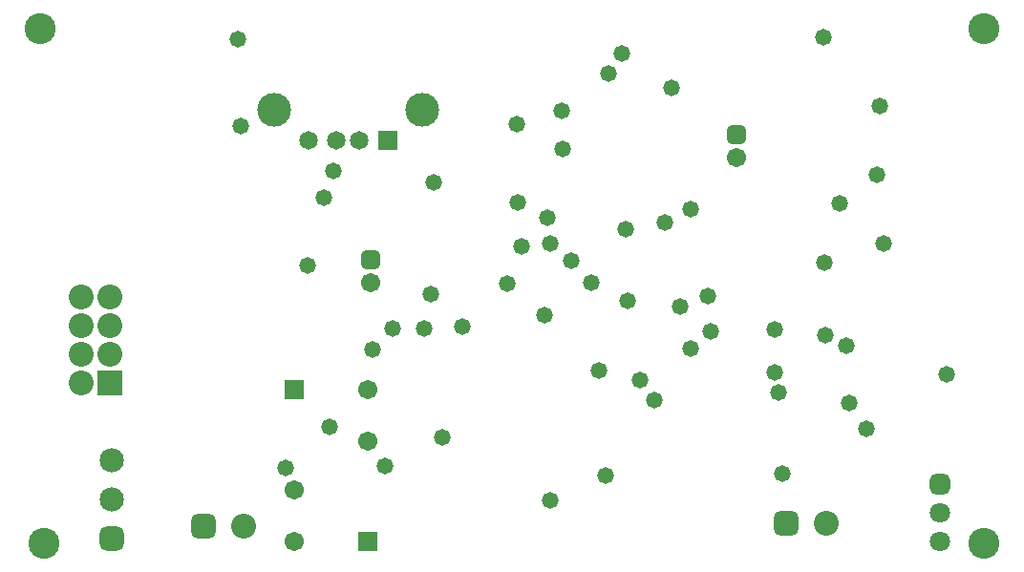
<source format=gbr>
G04*
G04 #@! TF.GenerationSoftware,Altium Limited,Altium Designer,25.8.1 (18)*
G04*
G04 Layer_Color=16711935*
%FSLAX44Y44*%
%MOMM*%
G71*
G04*
G04 #@! TF.SameCoordinates,0AA87B99-36C4-491F-804F-3ED42A066D7D*
G04*
G04*
G04 #@! TF.FilePolarity,Negative*
G04*
G01*
G75*
G04:AMPARAMS|DCode=72|XSize=1.7032mm|YSize=1.7032mm|CornerRadius=0.4766mm|HoleSize=0mm|Usage=FLASHONLY|Rotation=90.000|XOffset=0mm|YOffset=0mm|HoleType=Round|Shape=RoundedRectangle|*
%AMROUNDEDRECTD72*
21,1,1.7032,0.7500,0,0,90.0*
21,1,0.7500,1.7032,0,0,90.0*
1,1,0.9532,0.3750,0.3750*
1,1,0.9532,0.3750,-0.3750*
1,1,0.9532,-0.3750,-0.3750*
1,1,0.9532,-0.3750,0.3750*
%
%ADD72ROUNDEDRECTD72*%
%ADD73C,1.8032*%
G04:AMPARAMS|DCode=74|XSize=2.2032mm|YSize=2.2032mm|CornerRadius=0.6016mm|HoleSize=0mm|Usage=FLASHONLY|Rotation=0.000|XOffset=0mm|YOffset=0mm|HoleType=Round|Shape=RoundedRectangle|*
%AMROUNDEDRECTD74*
21,1,2.2032,1.0000,0,0,0.0*
21,1,1.0000,2.2032,0,0,0.0*
1,1,1.2032,0.5000,-0.5000*
1,1,1.2032,-0.5000,-0.5000*
1,1,1.2032,-0.5000,0.5000*
1,1,1.2032,0.5000,0.5000*
%
%ADD74ROUNDEDRECTD74*%
%ADD75C,2.2032*%
%ADD76R,2.2032X2.2032*%
%ADD77C,1.7032*%
%ADD78C,1.6532*%
%ADD79R,1.7032X1.7032*%
G04:AMPARAMS|DCode=80|XSize=2.1532mm|YSize=2.1532mm|CornerRadius=0.5891mm|HoleSize=0mm|Usage=FLASHONLY|Rotation=90.000|XOffset=0mm|YOffset=0mm|HoleType=Round|Shape=RoundedRectangle|*
%AMROUNDEDRECTD80*
21,1,2.1532,0.9750,0,0,90.0*
21,1,0.9750,2.1532,0,0,90.0*
1,1,1.1782,0.4875,0.4875*
1,1,1.1782,0.4875,-0.4875*
1,1,1.1782,-0.4875,-0.4875*
1,1,1.1782,-0.4875,0.4875*
%
%ADD80ROUNDEDRECTD80*%
%ADD81C,2.1532*%
%ADD82C,3.0032*%
%ADD83R,1.6532X1.6532*%
G04:AMPARAMS|DCode=84|XSize=1.8032mm|YSize=1.8032mm|CornerRadius=0.5016mm|HoleSize=0mm|Usage=FLASHONLY|Rotation=270.000|XOffset=0mm|YOffset=0mm|HoleType=Round|Shape=RoundedRectangle|*
%AMROUNDEDRECTD84*
21,1,1.8032,0.8000,0,0,270.0*
21,1,0.8000,1.8032,0,0,270.0*
1,1,1.0032,-0.4000,-0.4000*
1,1,1.0032,-0.4000,0.4000*
1,1,1.0032,0.4000,0.4000*
1,1,1.0032,0.4000,-0.4000*
%
%ADD84ROUNDEDRECTD84*%
%ADD85C,1.4732*%
%ADD86C,2.7432*%
D72*
X1172210Y637220D02*
D03*
X848360Y526730D02*
D03*
D73*
X1352550Y276860D02*
D03*
Y302260D02*
D03*
D74*
X700330Y290830D02*
D03*
X1216660Y293370D02*
D03*
D75*
X735330Y290830D02*
D03*
X591820Y494030D02*
D03*
Y468630D02*
D03*
Y443230D02*
D03*
Y417830D02*
D03*
X617220Y494030D02*
D03*
Y468630D02*
D03*
Y443230D02*
D03*
X1251660Y293370D02*
D03*
D76*
X617220Y417830D02*
D03*
D77*
X1172210Y617220D02*
D03*
X848360Y506730D02*
D03*
X845300Y366120D02*
D03*
Y411120D02*
D03*
X780300Y277220D02*
D03*
Y322220D02*
D03*
D78*
X793040Y632450D02*
D03*
X838040D02*
D03*
X818040D02*
D03*
D79*
X780300Y411120D02*
D03*
X845300Y277220D02*
D03*
D80*
X618490Y279250D02*
D03*
D81*
Y314250D02*
D03*
Y349250D02*
D03*
D82*
X762340Y659550D02*
D03*
X893740D02*
D03*
D83*
X863040Y632450D02*
D03*
D84*
X1352550Y327660D02*
D03*
D85*
X1250442Y524510D02*
D03*
X1250950Y459740D02*
D03*
X1131570Y571500D02*
D03*
X1059180Y692150D02*
D03*
X1149350Y463550D02*
D03*
X1206500Y464820D02*
D03*
X1122680Y485362D02*
D03*
X1269492Y450596D02*
D03*
X811530Y378460D02*
D03*
X849630Y447040D02*
D03*
X1115060Y679450D02*
D03*
X978110Y646640D02*
D03*
X911860Y369570D02*
D03*
X861060Y344170D02*
D03*
X1099820Y402050D02*
D03*
X1002030Y477520D02*
D03*
X1007110Y313690D02*
D03*
X1026160Y525780D02*
D03*
X1146810Y494442D02*
D03*
X1263650Y576580D02*
D03*
X867410Y465360D02*
D03*
X929300Y467468D02*
D03*
X895350Y465360D02*
D03*
X806450Y581850D02*
D03*
X981710Y538480D02*
D03*
X1007110Y541020D02*
D03*
X1131570Y448310D02*
D03*
X1075690Y490220D02*
D03*
X1206500Y426720D02*
D03*
X1209294Y408940D02*
D03*
X1287780Y377190D02*
D03*
X1272230Y400050D02*
D03*
X901700Y496570D02*
D03*
X815340Y605790D02*
D03*
X792480Y521970D02*
D03*
X772926Y341830D02*
D03*
X1108710Y560070D02*
D03*
X1299210Y662940D02*
D03*
X1296670Y601980D02*
D03*
X1303020Y541020D02*
D03*
X978884Y577310D02*
D03*
X1004570Y563880D02*
D03*
X1074420Y553720D02*
D03*
X969010Y505460D02*
D03*
X1017270Y659130D02*
D03*
X1043940Y506730D02*
D03*
X1070610Y709930D02*
D03*
X1056640Y335280D02*
D03*
X1087120Y420370D02*
D03*
X1018540Y624840D02*
D03*
X904240Y595630D02*
D03*
X1358900Y425450D02*
D03*
X1249680Y723900D02*
D03*
X732790Y645160D02*
D03*
X730250Y722630D02*
D03*
X1213358Y336804D02*
D03*
X1050290Y428244D02*
D03*
D86*
X1391920Y731520D02*
D03*
X554990D02*
D03*
X1391920Y275590D02*
D03*
X558800D02*
D03*
M02*

</source>
